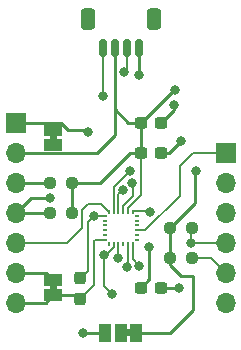
<source format=gtl>
%TF.GenerationSoftware,KiCad,Pcbnew,(6.0.4)*%
%TF.CreationDate,2022-04-27T14:48:19-04:00*%
%TF.ProjectId,bhi160_breakout,62686931-3630-45f6-9272-65616b6f7574,rev?*%
%TF.SameCoordinates,Original*%
%TF.FileFunction,Copper,L1,Top*%
%TF.FilePolarity,Positive*%
%FSLAX46Y46*%
G04 Gerber Fmt 4.6, Leading zero omitted, Abs format (unit mm)*
G04 Created by KiCad (PCBNEW (6.0.4)) date 2022-04-27 14:48:19*
%MOMM*%
%LPD*%
G01*
G04 APERTURE LIST*
G04 Aperture macros list*
%AMRoundRect*
0 Rectangle with rounded corners*
0 $1 Rounding radius*
0 $2 $3 $4 $5 $6 $7 $8 $9 X,Y pos of 4 corners*
0 Add a 4 corners polygon primitive as box body*
4,1,4,$2,$3,$4,$5,$6,$7,$8,$9,$2,$3,0*
0 Add four circle primitives for the rounded corners*
1,1,$1+$1,$2,$3*
1,1,$1+$1,$4,$5*
1,1,$1+$1,$6,$7*
1,1,$1+$1,$8,$9*
0 Add four rect primitives between the rounded corners*
20,1,$1+$1,$2,$3,$4,$5,0*
20,1,$1+$1,$4,$5,$6,$7,0*
20,1,$1+$1,$6,$7,$8,$9,0*
20,1,$1+$1,$8,$9,$2,$3,0*%
%AMOutline5P*
0 Free polygon, 5 corners , with rotation*
0 The origin of the aperture is its center*
0 number of corners: always 5*
0 $1 to $10 corner X, Y*
0 $11 Rotation angle, in degrees counterclockwise*
0 create outline with 5 corners*
4,1,5,$1,$2,$3,$4,$5,$6,$7,$8,$9,$10,$1,$2,$11*%
%AMOutline6P*
0 Free polygon, 6 corners , with rotation*
0 The origin of the aperture is its center*
0 number of corners: always 6*
0 $1 to $12 corner X, Y*
0 $13 Rotation angle, in degrees counterclockwise*
0 create outline with 6 corners*
4,1,6,$1,$2,$3,$4,$5,$6,$7,$8,$9,$10,$11,$12,$1,$2,$13*%
%AMOutline7P*
0 Free polygon, 7 corners , with rotation*
0 The origin of the aperture is its center*
0 number of corners: always 7*
0 $1 to $14 corner X, Y*
0 $15 Rotation angle, in degrees counterclockwise*
0 create outline with 7 corners*
4,1,7,$1,$2,$3,$4,$5,$6,$7,$8,$9,$10,$11,$12,$13,$14,$1,$2,$15*%
%AMOutline8P*
0 Free polygon, 8 corners , with rotation*
0 The origin of the aperture is its center*
0 number of corners: always 8*
0 $1 to $16 corner X, Y*
0 $17 Rotation angle, in degrees counterclockwise*
0 create outline with 8 corners*
4,1,8,$1,$2,$3,$4,$5,$6,$7,$8,$9,$10,$11,$12,$13,$14,$15,$16,$1,$2,$17*%
G04 Aperture macros list end*
%TA.AperFunction,ComponentPad*%
%ADD10O,1.700000X1.700000*%
%TD*%
%TA.AperFunction,ComponentPad*%
%ADD11R,1.700000X1.700000*%
%TD*%
%TA.AperFunction,SMDPad,CuDef*%
%ADD12RoundRect,0.237500X0.250000X0.237500X-0.250000X0.237500X-0.250000X-0.237500X0.250000X-0.237500X0*%
%TD*%
%TA.AperFunction,SMDPad,CuDef*%
%ADD13RoundRect,0.237500X-0.250000X-0.237500X0.250000X-0.237500X0.250000X0.237500X-0.250000X0.237500X0*%
%TD*%
%TA.AperFunction,SMDPad,CuDef*%
%ADD14RoundRect,0.237500X-0.300000X-0.237500X0.300000X-0.237500X0.300000X0.237500X-0.300000X0.237500X0*%
%TD*%
%TA.AperFunction,SMDPad,CuDef*%
%ADD15RoundRect,0.237500X-0.237500X0.300000X-0.237500X-0.300000X0.237500X-0.300000X0.237500X0.300000X0*%
%TD*%
%TA.AperFunction,SMDPad,CuDef*%
%ADD16R,1.000000X1.500000*%
%TD*%
%TA.AperFunction,SMDPad,CuDef*%
%ADD17R,1.500000X1.000000*%
%TD*%
%TA.AperFunction,SMDPad,CuDef*%
%ADD18RoundRect,0.250000X-0.350000X-0.650000X0.350000X-0.650000X0.350000X0.650000X-0.350000X0.650000X0*%
%TD*%
%TA.AperFunction,SMDPad,CuDef*%
%ADD19RoundRect,0.150000X-0.150000X-0.625000X0.150000X-0.625000X0.150000X0.625000X-0.150000X0.625000X0*%
%TD*%
%TA.AperFunction,SMDPad,CuDef*%
%ADD20Outline5P,-0.100000X0.175000X0.100000X0.175000X0.100000X-0.175000X-0.018000X-0.175000X-0.100000X-0.093000X180.000000*%
%TD*%
%TA.AperFunction,SMDPad,CuDef*%
%ADD21R,0.200000X0.350000*%
%TD*%
%TA.AperFunction,SMDPad,CuDef*%
%ADD22Outline5P,-0.100000X0.175000X0.100000X0.175000X0.100000X-0.093000X0.018000X-0.175000X-0.100000X-0.175000X180.000000*%
%TD*%
%TA.AperFunction,SMDPad,CuDef*%
%ADD23Outline5P,-0.100000X0.175000X0.018000X0.175000X0.100000X0.093000X0.100000X-0.175000X-0.100000X-0.175000X270.000000*%
%TD*%
%TA.AperFunction,SMDPad,CuDef*%
%ADD24R,0.350000X0.200000*%
%TD*%
%TA.AperFunction,SMDPad,CuDef*%
%ADD25Outline5P,-0.100000X0.093000X-0.018000X0.175000X0.100000X0.175000X0.100000X-0.175000X-0.100000X-0.175000X270.000000*%
%TD*%
%TA.AperFunction,SMDPad,CuDef*%
%ADD26Outline5P,-0.100000X0.175000X0.018000X0.175000X0.100000X0.093000X0.100000X-0.175000X-0.100000X-0.175000X180.000000*%
%TD*%
%TA.AperFunction,SMDPad,CuDef*%
%ADD27Outline5P,-0.100000X0.093000X-0.018000X0.175000X0.100000X0.175000X0.100000X-0.175000X-0.100000X-0.175000X180.000000*%
%TD*%
%TA.AperFunction,SMDPad,CuDef*%
%ADD28Outline5P,-0.100000X0.175000X0.100000X0.175000X0.100000X-0.175000X-0.018000X-0.175000X-0.100000X-0.093000X270.000000*%
%TD*%
%TA.AperFunction,SMDPad,CuDef*%
%ADD29Outline5P,-0.100000X0.175000X0.100000X0.175000X0.100000X-0.093000X0.018000X-0.175000X-0.100000X-0.175000X270.000000*%
%TD*%
%TA.AperFunction,ViaPad*%
%ADD30C,0.800000*%
%TD*%
%TA.AperFunction,Conductor*%
%ADD31C,0.177800*%
%TD*%
%TA.AperFunction,Conductor*%
%ADD32C,0.250000*%
%TD*%
%TA.AperFunction,Conductor*%
%ADD33C,0.228600*%
%TD*%
G04 APERTURE END LIST*
%TO.C,JP3*%
G36*
X171080000Y-122220000D02*
G01*
X170580000Y-122220000D01*
X170580000Y-121620000D01*
X171080000Y-121620000D01*
X171080000Y-122220000D01*
G37*
%TO.C,JP2*%
G36*
X164765000Y-118360000D02*
G01*
X164165000Y-118360000D01*
X164165000Y-117860000D01*
X164765000Y-117860000D01*
X164765000Y-118360000D01*
G37*
%TO.C,JP1*%
G36*
X164765000Y-105660000D02*
G01*
X164165000Y-105660000D01*
X164165000Y-105160000D01*
X164765000Y-105160000D01*
X164765000Y-105660000D01*
G37*
%TD*%
D10*
%TO.P,J6,6,Pin_6*%
%TO.N,GND*%
X179070000Y-119380000D03*
%TO.P,J6,5,Pin_5*%
%TO.N,/ASCK*%
X179070000Y-116840000D03*
%TO.P,J6,4,Pin_4*%
%TO.N,/ASDA*%
X179070000Y-114300000D03*
%TO.P,J6,3,Pin_3*%
%TO.N,/SA_GPIO7*%
X179070000Y-111760000D03*
%TO.P,J6,2,Pin_2*%
%TO.N,/GPIO2*%
X179070000Y-109220000D03*
D11*
%TO.P,J6,1,Pin_1*%
%TO.N,/GPIO1*%
X179070000Y-106680000D03*
%TD*%
D12*
%TO.P,R2,1*%
%TO.N,VDD*%
X166012500Y-111760000D03*
%TO.P,R2,2*%
%TO.N,/SCK*%
X164187500Y-111760000D03*
%TD*%
D13*
%TO.P,R4,2*%
%TO.N,/ASDA*%
X176172500Y-113030000D03*
%TO.P,R4,1*%
%TO.N,VDD*%
X174347500Y-113030000D03*
%TD*%
%TO.P,R3,1*%
%TO.N,VDD*%
X174347500Y-115570000D03*
%TO.P,R3,2*%
%TO.N,/ASCK*%
X176172500Y-115570000D03*
%TD*%
D12*
%TO.P,R1,2*%
%TO.N,/SDA*%
X164187500Y-109220000D03*
%TO.P,R1,1*%
%TO.N,VDD*%
X166012500Y-109220000D03*
%TD*%
D14*
%TO.P,C4,2*%
%TO.N,GND*%
X173582500Y-104140000D03*
%TO.P,C4,1*%
%TO.N,VDD*%
X171857500Y-104140000D03*
%TD*%
%TO.P,C3,2*%
%TO.N,GND*%
X173582500Y-106680000D03*
%TO.P,C3,1*%
%TO.N,VDD*%
X171857500Y-106680000D03*
%TD*%
D15*
%TO.P,C2,2*%
%TO.N,GNDA*%
X166725600Y-119023300D03*
%TO.P,C2,1*%
%TO.N,VDDA*%
X166725600Y-117298300D03*
%TD*%
D14*
%TO.P,C1,2*%
%TO.N,GND*%
X173582500Y-118110000D03*
%TO.P,C1,1*%
%TO.N,Net-(C1-Pad1)*%
X171857500Y-118110000D03*
%TD*%
D16*
%TO.P,JP3,3,B*%
%TO.N,GND*%
X168880000Y-121920000D03*
%TO.P,JP3,2,C*%
%TO.N,unconnected-(JP3-Pad2)*%
X170180000Y-121920000D03*
%TO.P,JP3,1,A*%
%TO.N,VDD*%
X171480000Y-121920000D03*
%TD*%
D17*
%TO.P,JP2,1,A*%
%TO.N,GND*%
X164465000Y-117460000D03*
%TO.P,JP2,2,B*%
%TO.N,GNDA*%
X164465000Y-118760000D03*
%TD*%
%TO.P,JP1,2,B*%
%TO.N,VDD*%
X164465000Y-106060000D03*
%TO.P,JP1,1,A*%
%TO.N,VDDA*%
X164465000Y-104760000D03*
%TD*%
D10*
%TO.P,J5,7,Pin_7*%
%TO.N,GNDA*%
X161290000Y-119375000D03*
%TO.P,J5,6,Pin_6*%
%TO.N,GND*%
X161290000Y-116835000D03*
%TO.P,J5,5,Pin_5*%
%TO.N,/INT*%
X161290000Y-114295000D03*
%TO.P,J5,4,Pin_4*%
%TO.N,/SCK*%
X161290000Y-111755000D03*
%TO.P,J5,3,Pin_3*%
%TO.N,/SDA*%
X161290000Y-109215000D03*
%TO.P,J5,2,Pin_2*%
%TO.N,VDD*%
X161290000Y-106675000D03*
D11*
%TO.P,J5,1,Pin_1*%
%TO.N,VDDA*%
X161290000Y-104135000D03*
%TD*%
D18*
%TO.P,J1,MP*%
%TO.N,N/C*%
X167380000Y-95320000D03*
X172980000Y-95320000D03*
D19*
%TO.P,J1,4,Pin_4*%
%TO.N,/SCK*%
X171680000Y-97845000D03*
%TO.P,J1,3,Pin_3*%
%TO.N,/SDA*%
X170680000Y-97845000D03*
%TO.P,J1,2,Pin_2*%
%TO.N,VDD*%
X169680000Y-97845000D03*
%TO.P,J1,1,Pin_1*%
%TO.N,GND*%
X168680000Y-97845000D03*
%TD*%
D20*
%TO.P,U1,24,SDA*%
%TO.N,/SDA*%
X171180000Y-114365000D03*
D21*
%TO.P,U1,23,SCK*%
%TO.N,/SCK*%
X170780000Y-114365000D03*
%TO.P,U1,22,RESV4*%
%TO.N,unconnected-(U1-Pad22)*%
X170380000Y-114365000D03*
%TO.P,U1,21,ASDA*%
%TO.N,/ASDA*%
X169980000Y-114365000D03*
%TO.P,U1,20,GNDIO*%
%TO.N,GND*%
X169580000Y-114365000D03*
D22*
%TO.P,U1,19,NC*%
%TO.N,unconnected-(U1-Pad19)*%
X169180000Y-114365000D03*
D23*
%TO.P,U1,18,GND*%
%TO.N,GNDA*%
X168845000Y-114030000D03*
D24*
%TO.P,U1,17,NC*%
%TO.N,unconnected-(U1-Pad17)*%
X168845000Y-113630000D03*
%TO.P,U1,16,NC*%
%TO.N,unconnected-(U1-Pad16)*%
X168845000Y-113230000D03*
%TO.P,U1,15,NC*%
%TO.N,unconnected-(U1-Pad15)*%
X168845000Y-112830000D03*
%TO.P,U1,14,NC*%
%TO.N,unconnected-(U1-Pad14)*%
X168845000Y-112430000D03*
D25*
%TO.P,U1,13,VDD*%
%TO.N,VDDA*%
X168845000Y-112030000D03*
D26*
%TO.P,U1,12,INT*%
%TO.N,/INT*%
X169180000Y-111695000D03*
D21*
%TO.P,U1,11,GPIO2*%
%TO.N,/GPIO2*%
X169580000Y-111695000D03*
%TO.P,U1,10,VREG*%
%TO.N,Net-(C1-Pad1)*%
X169980000Y-111695000D03*
%TO.P,U1,9,SA_GPIO7*%
%TO.N,/SA_GPIO7*%
X170380000Y-111695000D03*
%TO.P,U1,8,VDDIO*%
%TO.N,VDD*%
X170780000Y-111695000D03*
D27*
%TO.P,U1,7,ASCK*%
%TO.N,/ASCK*%
X171180000Y-111695000D03*
D28*
%TO.P,U1,6,NC*%
%TO.N,unconnected-(U1-Pad6)*%
X171515000Y-112030000D03*
D24*
%TO.P,U1,5,RESV3*%
%TO.N,unconnected-(U1-Pad5)*%
X171515000Y-112430000D03*
%TO.P,U1,4,RESV2*%
%TO.N,unconnected-(U1-Pad4)*%
X171515000Y-112830000D03*
%TO.P,U1,3,GPIO1*%
%TO.N,/GPIO1*%
X171515000Y-113230000D03*
%TO.P,U1,2,DNC*%
%TO.N,unconnected-(U1-Pad2)*%
X171515000Y-113630000D03*
D29*
%TO.P,U1,1,NC*%
%TO.N,unconnected-(U1-Pad1)*%
X171515000Y-114030000D03*
%TD*%
D30*
%TO.N,/SDA*%
X170434000Y-99822000D03*
%TO.N,/GPIO2*%
X170942000Y-108204000D03*
%TO.N,GND*%
X169400000Y-118600000D03*
%TO.N,/SDA*%
X171754800Y-116281200D03*
%TO.N,/SCK*%
X170738800Y-116382800D03*
%TO.N,GND*%
X168656000Y-101854000D03*
%TO.N,VDD*%
X174777400Y-101346000D03*
X176530000Y-108204000D03*
%TO.N,/ASCK*%
X172618400Y-111658400D03*
%TO.N,/SA_GPIO7*%
X171145200Y-109220000D03*
%TO.N,/SCK*%
X164211000Y-110490000D03*
%TO.N,Net-(C1-Pad1)*%
X170332400Y-109829600D03*
X172593000Y-114681000D03*
%TO.N,/ASDA*%
X176149000Y-114300000D03*
X169926000Y-115570000D03*
%TO.N,GND*%
X168783000Y-115316000D03*
X175260000Y-105664000D03*
X174650400Y-102616000D03*
X175133000Y-118110000D03*
X167005000Y-121920000D03*
%TO.N,/SCK*%
X171704000Y-100076000D03*
%TO.N,VDDA*%
X167386000Y-104902000D03*
X167894000Y-112014000D03*
%TD*%
D31*
%TO.N,/GPIO2*%
X169580000Y-109566000D02*
X170942000Y-108204000D01*
X169580000Y-111695000D02*
X169580000Y-109566000D01*
%TO.N,/SDA*%
X170680000Y-99576000D02*
X170434000Y-99822000D01*
X170680000Y-97845000D02*
X170680000Y-99576000D01*
%TO.N,GND*%
X168680000Y-101830000D02*
X168680000Y-97845000D01*
X168656000Y-101854000D02*
X168680000Y-101830000D01*
%TO.N,/INT*%
X166878000Y-113030000D02*
X165613000Y-114295000D01*
X166878000Y-111506000D02*
X166878000Y-113030000D01*
X169180000Y-111695000D02*
X168483000Y-110998000D01*
X168483000Y-110998000D02*
X167386000Y-110998000D01*
X167386000Y-110998000D02*
X166878000Y-111506000D01*
X165613000Y-114295000D02*
X165359000Y-114295000D01*
X165359000Y-114295000D02*
X161290000Y-114295000D01*
X165620227Y-114295000D02*
X165359000Y-114295000D01*
%TO.N,VDDA*%
X168829000Y-112014000D02*
X168845000Y-112030000D01*
X167894000Y-112014000D02*
X168829000Y-112014000D01*
X167894000Y-112014000D02*
X167370427Y-112537573D01*
X167370427Y-116653473D02*
X166725600Y-117298300D01*
X167370427Y-112537573D02*
X167370427Y-116653473D01*
%TO.N,/SA_GPIO7*%
X171196000Y-110363000D02*
X170380000Y-111179000D01*
X171145200Y-109220000D02*
X171196000Y-109270800D01*
X171196000Y-109270800D02*
X171196000Y-110363000D01*
X170380000Y-111179000D02*
X170380000Y-111695000D01*
%TO.N,Net-(C1-Pad1)*%
X169980000Y-110182000D02*
X169980000Y-111695000D01*
X170332400Y-109829600D02*
X169980000Y-110182000D01*
D32*
%TO.N,VDD*%
X166012500Y-109220000D02*
X168402000Y-109220000D01*
X168402000Y-109220000D02*
X170942000Y-106680000D01*
X170942000Y-106680000D02*
X171857500Y-106680000D01*
X169680000Y-105148000D02*
X169680000Y-103005000D01*
X168153000Y-106675000D02*
X169680000Y-105148000D01*
X161290000Y-106675000D02*
X168153000Y-106675000D01*
D31*
%TO.N,/GPIO1*%
X175183800Y-107772200D02*
X176276000Y-106680000D01*
X175183800Y-110312200D02*
X175183800Y-107772200D01*
X176276000Y-106680000D02*
X179070000Y-106680000D01*
X171515000Y-113230000D02*
X172266000Y-113230000D01*
X172266000Y-113230000D02*
X175183800Y-110312200D01*
D32*
%TO.N,VDD*%
X176530000Y-108204000D02*
X176479200Y-108254800D01*
X176479200Y-108254800D02*
X176479200Y-110898300D01*
X176479200Y-110898300D02*
X174347500Y-113030000D01*
D31*
%TO.N,/ASCK*%
X177800000Y-115570000D02*
X179070000Y-116840000D01*
X176172500Y-115570000D02*
X177800000Y-115570000D01*
%TO.N,/ASDA*%
X176149000Y-114300000D02*
X179070000Y-114300000D01*
%TO.N,GND*%
X168783000Y-117983000D02*
X169400000Y-118600000D01*
X168783000Y-115316000D02*
X168783000Y-117983000D01*
D32*
%TO.N,Net-(C1-Pad1)*%
X171857500Y-118110000D02*
X172593000Y-117374500D01*
X172593000Y-117374500D02*
X172593000Y-114681000D01*
D31*
%TO.N,/ASCK*%
X172618400Y-111658400D02*
X172601580Y-111641580D01*
X172601580Y-111641580D02*
X171233420Y-111641580D01*
X171233420Y-111641580D02*
X171180000Y-111695000D01*
D33*
%TO.N,GND*%
X161290000Y-116834996D02*
X163840008Y-116834996D01*
X163840008Y-116834996D02*
X164465000Y-117459989D01*
D31*
%TO.N,/SDA*%
X171180000Y-115706400D02*
X171754800Y-116281200D01*
X171180000Y-114365000D02*
X171180000Y-115706400D01*
%TO.N,/SCK*%
X170780000Y-116341600D02*
X170738800Y-116382800D01*
X170780000Y-114365000D02*
X170780000Y-116341600D01*
X170738800Y-116382800D02*
X170791580Y-116330020D01*
D32*
X170738800Y-116382800D02*
X170804511Y-116317089D01*
D31*
%TO.N,GNDA*%
X168011600Y-114030000D02*
X168845000Y-114030000D01*
X167894000Y-114147600D02*
X168011600Y-114030000D01*
X167894000Y-117854900D02*
X167894000Y-114147600D01*
X166725600Y-119023300D02*
X167894000Y-117854900D01*
D32*
%TO.N,GND*%
X174650400Y-103072100D02*
X173582500Y-104140000D01*
X174650400Y-102616000D02*
X174650400Y-103072100D01*
D31*
%TO.N,VDD*%
X171857500Y-110264700D02*
X171857500Y-106680000D01*
X170780000Y-111342200D02*
X171857500Y-110264700D01*
X170780000Y-111695000D02*
X170780000Y-111342200D01*
D32*
%TO.N,GNDA*%
X164465000Y-118760000D02*
X166462300Y-118760000D01*
X166462300Y-118760000D02*
X166725600Y-119023300D01*
X161290000Y-119375000D02*
X163850000Y-119375000D01*
X163850000Y-119375000D02*
X164465000Y-118760000D01*
%TO.N,VDD*%
X174777400Y-101346000D02*
X174651500Y-101346000D01*
X174651500Y-101346000D02*
X171857500Y-104140000D01*
%TO.N,VDDA*%
X167244000Y-104760000D02*
X165735000Y-104760000D01*
X167386000Y-104902000D02*
X167244000Y-104760000D01*
%TO.N,/SCK*%
X161290000Y-111755000D02*
X162555000Y-110490000D01*
X162555000Y-110490000D02*
X164211000Y-110490000D01*
D31*
%TO.N,/ASDA*%
X176149000Y-113053500D02*
X176172500Y-113030000D01*
X176149000Y-114300000D02*
X176149000Y-113053500D01*
X169980000Y-115516000D02*
X169926000Y-115570000D01*
X169980000Y-114365000D02*
X169980000Y-115516000D01*
%TO.N,GND*%
X169580000Y-114647888D02*
X169580000Y-114365000D01*
X168911888Y-115316000D02*
X169580000Y-114647888D01*
X168783000Y-115316000D02*
X168911888Y-115316000D01*
D32*
%TO.N,VDD*%
X175260000Y-117094000D02*
X174347500Y-116181500D01*
X176276000Y-117094000D02*
X175260000Y-117094000D01*
X174347500Y-116181500D02*
X174347500Y-115570000D01*
X176276000Y-120015000D02*
X176276000Y-117094000D01*
X174371000Y-121920000D02*
X176276000Y-120015000D01*
X171480000Y-121920000D02*
X174371000Y-121920000D01*
%TO.N,GND*%
X174244000Y-106680000D02*
X175260000Y-105664000D01*
X173582500Y-106680000D02*
X174244000Y-106680000D01*
X173582500Y-118110000D02*
X175133000Y-118110000D01*
X168880000Y-121920000D02*
X167005000Y-121920000D01*
%TO.N,/SCK*%
X171704000Y-100076000D02*
X171704000Y-97869000D01*
X171704000Y-97869000D02*
X171680000Y-97845000D01*
X164182500Y-111755000D02*
X164187500Y-111760000D01*
X161290000Y-111755000D02*
X164182500Y-111755000D01*
%TO.N,/SDA*%
X164182500Y-109215000D02*
X164187500Y-109220000D01*
X161290000Y-109215000D02*
X164182500Y-109215000D01*
%TO.N,VDDA*%
X165110000Y-104135000D02*
X165735000Y-104760000D01*
X161290000Y-104134996D02*
X165110008Y-104134996D01*
%TO.N,VDD*%
X171857500Y-104140000D02*
X171857500Y-106680000D01*
X174347500Y-113030000D02*
X174347500Y-115570000D01*
X166012500Y-109220000D02*
X166012500Y-111760000D01*
X170815000Y-104140000D02*
X171857500Y-104140000D01*
X169680000Y-97845000D02*
X169680000Y-103005000D01*
X169680000Y-103005000D02*
X170815000Y-104140000D01*
%TD*%
M02*

</source>
